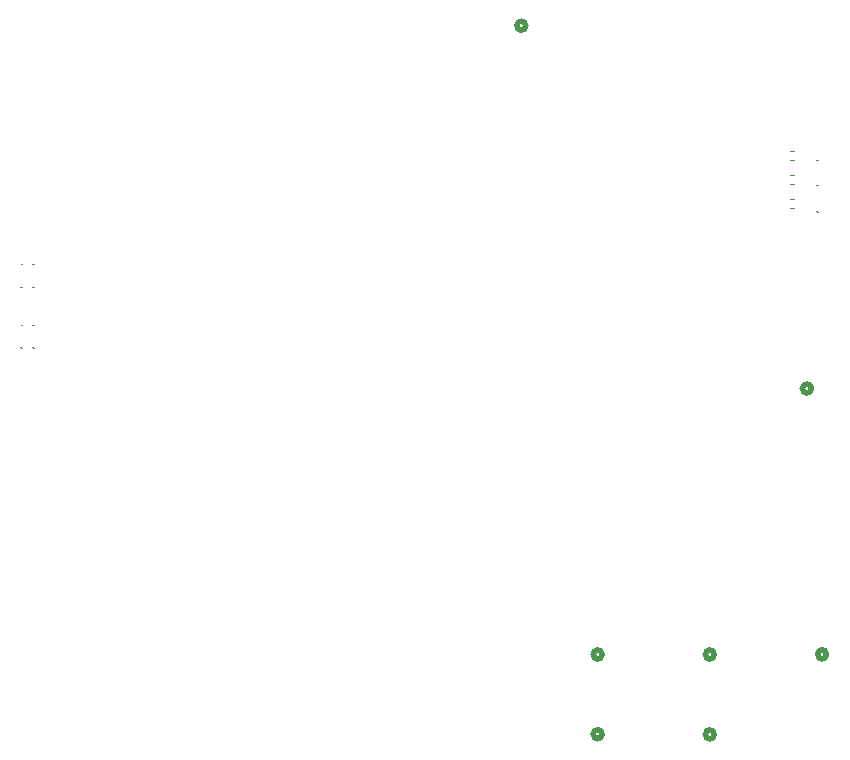
<source format=gbr>
%TF.GenerationSoftware,KiCad,Pcbnew,8.0.8*%
%TF.CreationDate,2025-03-20T13:14:25-05:00*%
%TF.ProjectId,ControllerPCB,436f6e74-726f-46c6-9c65-725043422e6b,rev?*%
%TF.SameCoordinates,Original*%
%TF.FileFunction,Legend,Bot*%
%TF.FilePolarity,Positive*%
%FSLAX46Y46*%
G04 Gerber Fmt 4.6, Leading zero omitted, Abs format (unit mm)*
G04 Created by KiCad (PCBNEW 8.0.8) date 2025-03-20 13:14:25*
%MOMM*%
%LPD*%
G01*
G04 APERTURE LIST*
%ADD10C,0.100000*%
%ADD11C,0.120000*%
%ADD12C,0.508000*%
G04 APERTURE END LIST*
D10*
%TO.C,D516*%
X94450000Y-106400000D02*
X94450000Y-106400000D01*
X94550000Y-106400000D02*
X94550000Y-106400000D01*
X94550000Y-106400000D02*
G75*
G02*
X94450000Y-106400000I-50000J0D01*
G01*
X94450000Y-106400000D02*
G75*
G02*
X94550000Y-106400000I50000J0D01*
G01*
%TO.C,D519*%
X94450000Y-111500000D02*
X94450000Y-111500000D01*
X94550000Y-111500000D02*
X94550000Y-111500000D01*
X94550000Y-111500000D02*
G75*
G02*
X94450000Y-111500000I-50000J0D01*
G01*
X94450000Y-111500000D02*
G75*
G02*
X94550000Y-111500000I50000J0D01*
G01*
%TO.C,D514*%
X93550000Y-104450000D02*
X93550000Y-104450000D01*
X93450000Y-104450000D02*
X93450000Y-104450000D01*
X93450000Y-104450000D02*
G75*
G02*
X93550000Y-104450000I50000J0D01*
G01*
X93550000Y-104450000D02*
G75*
G02*
X93450000Y-104450000I-50000J0D01*
G01*
D11*
%TO.C,R105*%
X158878642Y-97648300D02*
X158571360Y-97648300D01*
X158878642Y-96888300D02*
X158571360Y-96888300D01*
%TO.C,R106*%
X158878642Y-95610000D02*
X158571360Y-95610000D01*
X158878642Y-94850000D02*
X158571360Y-94850000D01*
D10*
%TO.C,D515*%
X93450000Y-106400000D02*
X93450000Y-106400000D01*
X93550000Y-106400000D02*
X93550000Y-106400000D01*
X93550000Y-106400000D02*
G75*
G02*
X93450000Y-106400000I-50000J0D01*
G01*
X93450000Y-106400000D02*
G75*
G02*
X93550000Y-106400000I50000J0D01*
G01*
D12*
%TO.C,J102*%
X136203000Y-84250000D02*
G75*
G02*
X135441000Y-84250000I-381000J0D01*
G01*
X135441000Y-84250000D02*
G75*
G02*
X136203000Y-84250000I381000J0D01*
G01*
D11*
%TO.C,R104*%
X158878642Y-99648300D02*
X158571360Y-99648300D01*
X158878642Y-98888300D02*
X158571360Y-98888300D01*
D10*
%TO.C,D107*%
X160925001Y-97750000D02*
X160925001Y-97750000D01*
X160825001Y-97750000D02*
X160825001Y-97750000D01*
X160825001Y-97750000D02*
G75*
G02*
X160925001Y-97750000I50000J0D01*
G01*
X160925001Y-97750000D02*
G75*
G02*
X160825001Y-97750000I-50000J0D01*
G01*
D12*
%TO.C,J104*%
X152163000Y-137484399D02*
G75*
G02*
X151401000Y-137484399I-381000J0D01*
G01*
X151401000Y-137484399D02*
G75*
G02*
X152163000Y-137484399I381000J0D01*
G01*
D10*
%TO.C,D517*%
X94550000Y-109600000D02*
X94550000Y-109600000D01*
X94450000Y-109600000D02*
X94450000Y-109600000D01*
X94450000Y-109600000D02*
G75*
G02*
X94550000Y-109600000I50000J0D01*
G01*
X94550000Y-109600000D02*
G75*
G02*
X94450000Y-109600000I-50000J0D01*
G01*
%TO.C,D518*%
X93550000Y-109600000D02*
G75*
G02*
X93450000Y-109600000I-50000J0D01*
G01*
X93450000Y-109600000D02*
G75*
G02*
X93550000Y-109600000I50000J0D01*
G01*
X93450000Y-109600000D02*
X93450000Y-109600000D01*
X93550000Y-109600000D02*
X93550000Y-109600000D01*
D12*
%TO.C,J103*%
X142669600Y-137484399D02*
G75*
G02*
X141907600Y-137484399I-381000J0D01*
G01*
X141907600Y-137484399D02*
G75*
G02*
X142669600Y-137484399I381000J0D01*
G01*
D10*
%TO.C,D104*%
X160925001Y-95630000D02*
X160925001Y-95630000D01*
X160825001Y-95630000D02*
X160825001Y-95630000D01*
X160825001Y-95630000D02*
G75*
G02*
X160925001Y-95630000I50000J0D01*
G01*
X160925001Y-95630000D02*
G75*
G02*
X160825001Y-95630000I-50000J0D01*
G01*
D12*
%TO.C,J105*%
X142669600Y-144234399D02*
G75*
G02*
X141907600Y-144234399I-381000J0D01*
G01*
X141907600Y-144234399D02*
G75*
G02*
X142669600Y-144234399I381000J0D01*
G01*
%TO.C,J301*%
X160381000Y-114968000D02*
G75*
G02*
X159619000Y-114968000I-381000J0D01*
G01*
X159619000Y-114968000D02*
G75*
G02*
X160381000Y-114968000I381000J0D01*
G01*
%TO.C,J109*%
X152163000Y-144250000D02*
G75*
G02*
X151401000Y-144250000I-381000J0D01*
G01*
X151401000Y-144250000D02*
G75*
G02*
X152163000Y-144250000I381000J0D01*
G01*
D10*
%TO.C,D520*%
X93450000Y-111500000D02*
X93450000Y-111500000D01*
X93550000Y-111500000D02*
X93550000Y-111500000D01*
X93550000Y-111500000D02*
G75*
G02*
X93450000Y-111500000I-50000J0D01*
G01*
X93450000Y-111500000D02*
G75*
G02*
X93550000Y-111500000I50000J0D01*
G01*
%TO.C,D513*%
X94550000Y-104450000D02*
X94550000Y-104450000D01*
X94450000Y-104450000D02*
X94450000Y-104450000D01*
X94450000Y-104450000D02*
G75*
G02*
X94550000Y-104450000I50000J0D01*
G01*
X94550000Y-104450000D02*
G75*
G02*
X94450000Y-104450000I-50000J0D01*
G01*
D12*
%TO.C,J106*%
X161669600Y-137468798D02*
G75*
G02*
X160907600Y-137468798I-381000J0D01*
G01*
X160907600Y-137468798D02*
G75*
G02*
X161669600Y-137468798I381000J0D01*
G01*
D10*
%TO.C,D111*%
X160925001Y-100000000D02*
X160925001Y-100000000D01*
X160825001Y-100000000D02*
X160825001Y-100000000D01*
X160825001Y-100000000D02*
G75*
G02*
X160925001Y-100000000I50000J0D01*
G01*
X160925001Y-100000000D02*
G75*
G02*
X160825001Y-100000000I-50000J0D01*
G01*
%TD*%
M02*

</source>
